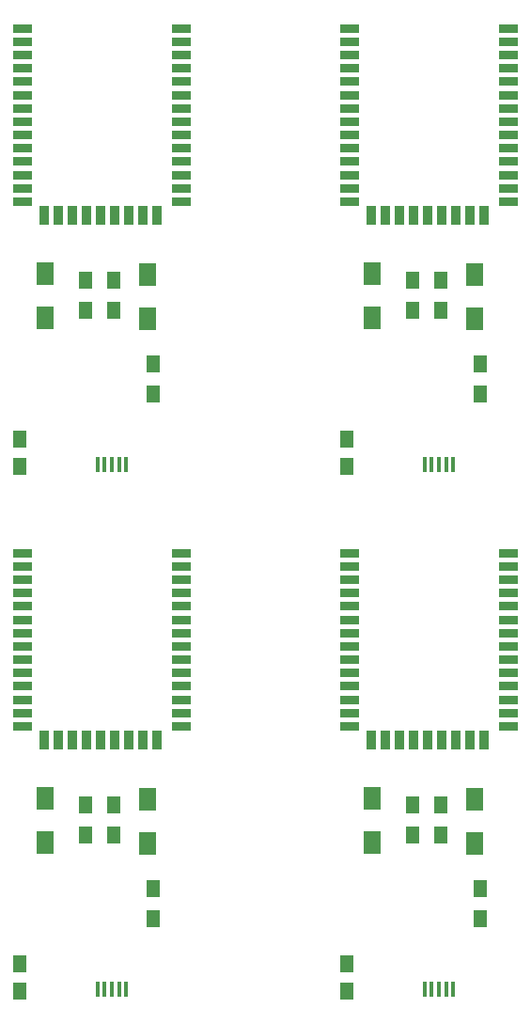
<source format=gbr>
G04 #@! TF.GenerationSoftware,KiCad,Pcbnew,5.0.0-rc2-dev-unknown-ce1bd4c~62~ubuntu16.04.1*
G04 #@! TF.CreationDate,2018-03-08T22:00:34+01:00*
G04 #@! TF.ProjectId,BM20_multi,424D32305F6D756C74692E6B69636164,rev?*
G04 #@! TF.SameCoordinates,Original*
G04 #@! TF.FileFunction,Paste,Bot*
G04 #@! TF.FilePolarity,Positive*
%FSLAX46Y46*%
G04 Gerber Fmt 4.6, Leading zero omitted, Abs format (unit mm)*
G04 Created by KiCad (PCBNEW 5.0.0-rc2-dev-unknown-ce1bd4c~62~ubuntu16.04.1) date Thu Mar  8 22:00:34 2018*
%MOMM*%
%LPD*%
G01*
G04 APERTURE LIST*
%ADD10R,1.600000X2.000000*%
%ADD11R,1.300000X1.500000*%
%ADD12R,1.250000X1.500000*%
%ADD13R,0.400000X1.350000*%
%ADD14C,0.760000*%
%ADD15C,0.050000*%
%ADD16C,0.850000*%
G04 APERTURE END LIST*
D10*
X110070900Y-123907300D03*
X110070900Y-119907300D03*
D11*
X113665000Y-123219200D03*
X113665000Y-120519200D03*
D12*
X107734100Y-134817800D03*
X107734100Y-137317800D03*
D11*
X116217700Y-123257300D03*
X116217700Y-120557300D03*
D10*
X119265700Y-119989600D03*
X119265700Y-123989600D03*
D11*
X119786400Y-128063000D03*
X119786400Y-130763000D03*
D13*
X114753500Y-137096060D03*
X115403500Y-137096060D03*
X116053500Y-137096060D03*
X116703500Y-137096060D03*
X117353500Y-137096060D03*
D14*
X122332000Y-105062000D03*
D15*
G36*
X123182000Y-105442000D02*
X121482000Y-105442000D01*
X121482000Y-104682000D01*
X123182000Y-104682000D01*
X123182000Y-105442000D01*
X123182000Y-105442000D01*
G37*
D14*
X122332000Y-100262000D03*
D15*
G36*
X123182000Y-100642000D02*
X121482000Y-100642000D01*
X121482000Y-99882000D01*
X123182000Y-99882000D01*
X123182000Y-100642000D01*
X123182000Y-100642000D01*
G37*
D14*
X122332000Y-113462000D03*
D15*
G36*
X123182000Y-113842000D02*
X121482000Y-113842000D01*
X121482000Y-113082000D01*
X123182000Y-113082000D01*
X123182000Y-113842000D01*
X123182000Y-113842000D01*
G37*
D14*
X122332000Y-111062000D03*
D15*
G36*
X123182000Y-111442000D02*
X121482000Y-111442000D01*
X121482000Y-110682000D01*
X123182000Y-110682000D01*
X123182000Y-111442000D01*
X123182000Y-111442000D01*
G37*
D14*
X122332000Y-106262000D03*
D15*
G36*
X123182000Y-106642000D02*
X121482000Y-106642000D01*
X121482000Y-105882000D01*
X123182000Y-105882000D01*
X123182000Y-106642000D01*
X123182000Y-106642000D01*
G37*
D14*
X122332000Y-97862000D03*
D15*
G36*
X123182000Y-98242000D02*
X121482000Y-98242000D01*
X121482000Y-97482000D01*
X123182000Y-97482000D01*
X123182000Y-98242000D01*
X123182000Y-98242000D01*
G37*
D14*
X122332000Y-101462000D03*
D15*
G36*
X123182000Y-101842000D02*
X121482000Y-101842000D01*
X121482000Y-101082000D01*
X123182000Y-101082000D01*
X123182000Y-101842000D01*
X123182000Y-101842000D01*
G37*
D14*
X122332000Y-112262000D03*
D15*
G36*
X123182000Y-112642000D02*
X121482000Y-112642000D01*
X121482000Y-111882000D01*
X123182000Y-111882000D01*
X123182000Y-112642000D01*
X123182000Y-112642000D01*
G37*
D14*
X122332000Y-108662000D03*
D15*
G36*
X123182000Y-109042000D02*
X121482000Y-109042000D01*
X121482000Y-108282000D01*
X123182000Y-108282000D01*
X123182000Y-109042000D01*
X123182000Y-109042000D01*
G37*
D14*
X122332000Y-102662000D03*
D15*
G36*
X123182000Y-103042000D02*
X121482000Y-103042000D01*
X121482000Y-102282000D01*
X123182000Y-102282000D01*
X123182000Y-103042000D01*
X123182000Y-103042000D01*
G37*
D14*
X122332000Y-109862000D03*
D15*
G36*
X123182000Y-110242000D02*
X121482000Y-110242000D01*
X121482000Y-109482000D01*
X123182000Y-109482000D01*
X123182000Y-110242000D01*
X123182000Y-110242000D01*
G37*
D14*
X122332000Y-103862000D03*
D15*
G36*
X123182000Y-104242000D02*
X121482000Y-104242000D01*
X121482000Y-103482000D01*
X123182000Y-103482000D01*
X123182000Y-104242000D01*
X123182000Y-104242000D01*
G37*
D14*
X122332000Y-99062000D03*
D15*
G36*
X123182000Y-99442000D02*
X121482000Y-99442000D01*
X121482000Y-98682000D01*
X123182000Y-98682000D01*
X123182000Y-99442000D01*
X123182000Y-99442000D01*
G37*
D14*
X122332000Y-107462000D03*
D15*
G36*
X123182000Y-107842000D02*
X121482000Y-107842000D01*
X121482000Y-107082000D01*
X123182000Y-107082000D01*
X123182000Y-107842000D01*
X123182000Y-107842000D01*
G37*
D14*
X108032000Y-103862000D03*
D15*
G36*
X108882000Y-104242000D02*
X107182000Y-104242000D01*
X107182000Y-103482000D01*
X108882000Y-103482000D01*
X108882000Y-104242000D01*
X108882000Y-104242000D01*
G37*
D14*
X108032000Y-101462000D03*
D15*
G36*
X108882000Y-101842000D02*
X107182000Y-101842000D01*
X107182000Y-101082000D01*
X108882000Y-101082000D01*
X108882000Y-101842000D01*
X108882000Y-101842000D01*
G37*
D14*
X108032000Y-102662000D03*
D15*
G36*
X108882000Y-103042000D02*
X107182000Y-103042000D01*
X107182000Y-102282000D01*
X108882000Y-102282000D01*
X108882000Y-103042000D01*
X108882000Y-103042000D01*
G37*
D14*
X108032000Y-99062000D03*
D15*
G36*
X108882000Y-99442000D02*
X107182000Y-99442000D01*
X107182000Y-98682000D01*
X108882000Y-98682000D01*
X108882000Y-99442000D01*
X108882000Y-99442000D01*
G37*
D14*
X108032000Y-100262000D03*
D15*
G36*
X108882000Y-100642000D02*
X107182000Y-100642000D01*
X107182000Y-99882000D01*
X108882000Y-99882000D01*
X108882000Y-100642000D01*
X108882000Y-100642000D01*
G37*
D14*
X108032000Y-97862000D03*
D15*
G36*
X108882000Y-98242000D02*
X107182000Y-98242000D01*
X107182000Y-97482000D01*
X108882000Y-97482000D01*
X108882000Y-98242000D01*
X108882000Y-98242000D01*
G37*
D14*
X108032000Y-108662000D03*
D15*
G36*
X108882000Y-109042000D02*
X107182000Y-109042000D01*
X107182000Y-108282000D01*
X108882000Y-108282000D01*
X108882000Y-109042000D01*
X108882000Y-109042000D01*
G37*
D14*
X108032000Y-106262000D03*
D15*
G36*
X108882000Y-106642000D02*
X107182000Y-106642000D01*
X107182000Y-105882000D01*
X108882000Y-105882000D01*
X108882000Y-106642000D01*
X108882000Y-106642000D01*
G37*
D14*
X108032000Y-107462000D03*
D15*
G36*
X108882000Y-107842000D02*
X107182000Y-107842000D01*
X107182000Y-107082000D01*
X108882000Y-107082000D01*
X108882000Y-107842000D01*
X108882000Y-107842000D01*
G37*
D14*
X108032000Y-105062000D03*
D15*
G36*
X108882000Y-105442000D02*
X107182000Y-105442000D01*
X107182000Y-104682000D01*
X108882000Y-104682000D01*
X108882000Y-105442000D01*
X108882000Y-105442000D01*
G37*
D14*
X108032000Y-111062000D03*
D15*
G36*
X108882000Y-111442000D02*
X107182000Y-111442000D01*
X107182000Y-110682000D01*
X108882000Y-110682000D01*
X108882000Y-111442000D01*
X108882000Y-111442000D01*
G37*
D14*
X108032000Y-109862000D03*
D15*
G36*
X108882000Y-110242000D02*
X107182000Y-110242000D01*
X107182000Y-109482000D01*
X108882000Y-109482000D01*
X108882000Y-110242000D01*
X108882000Y-110242000D01*
G37*
D14*
X108032000Y-112262000D03*
D15*
G36*
X108882000Y-112642000D02*
X107182000Y-112642000D01*
X107182000Y-111882000D01*
X108882000Y-111882000D01*
X108882000Y-112642000D01*
X108882000Y-112642000D01*
G37*
D14*
X108032000Y-113462000D03*
D15*
G36*
X108882000Y-113842000D02*
X107182000Y-113842000D01*
X107182000Y-113082000D01*
X108882000Y-113082000D01*
X108882000Y-113842000D01*
X108882000Y-113842000D01*
G37*
D16*
X109982000Y-114712000D03*
D15*
G36*
X110407000Y-113862000D02*
X110407000Y-115562000D01*
X109557000Y-115562000D01*
X109557000Y-113862000D01*
X110407000Y-113862000D01*
X110407000Y-113862000D01*
G37*
D16*
X111252000Y-114712000D03*
D15*
G36*
X111677000Y-113862000D02*
X111677000Y-115562000D01*
X110827000Y-115562000D01*
X110827000Y-113862000D01*
X111677000Y-113862000D01*
X111677000Y-113862000D01*
G37*
D16*
X112522000Y-114712000D03*
D15*
G36*
X112947000Y-113862000D02*
X112947000Y-115562000D01*
X112097000Y-115562000D01*
X112097000Y-113862000D01*
X112947000Y-113862000D01*
X112947000Y-113862000D01*
G37*
D16*
X113792000Y-114712000D03*
D15*
G36*
X114217000Y-113862000D02*
X114217000Y-115562000D01*
X113367000Y-115562000D01*
X113367000Y-113862000D01*
X114217000Y-113862000D01*
X114217000Y-113862000D01*
G37*
D16*
X115062000Y-114712000D03*
D15*
G36*
X115487000Y-113862000D02*
X115487000Y-115562000D01*
X114637000Y-115562000D01*
X114637000Y-113862000D01*
X115487000Y-113862000D01*
X115487000Y-113862000D01*
G37*
D16*
X116332000Y-114712000D03*
D15*
G36*
X116757000Y-113862000D02*
X116757000Y-115562000D01*
X115907000Y-115562000D01*
X115907000Y-113862000D01*
X116757000Y-113862000D01*
X116757000Y-113862000D01*
G37*
D16*
X117602000Y-114712000D03*
D15*
G36*
X118027000Y-113862000D02*
X118027000Y-115562000D01*
X117177000Y-115562000D01*
X117177000Y-113862000D01*
X118027000Y-113862000D01*
X118027000Y-113862000D01*
G37*
D16*
X118872000Y-114712000D03*
D15*
G36*
X119297000Y-113862000D02*
X119297000Y-115562000D01*
X118447000Y-115562000D01*
X118447000Y-113862000D01*
X119297000Y-113862000D01*
X119297000Y-113862000D01*
G37*
D16*
X120142000Y-114712000D03*
D15*
G36*
X120567000Y-113862000D02*
X120567000Y-115562000D01*
X119717000Y-115562000D01*
X119717000Y-113862000D01*
X120567000Y-113862000D01*
X120567000Y-113862000D01*
G37*
D10*
X139534900Y-123907300D03*
X139534900Y-119907300D03*
D11*
X143129000Y-123219200D03*
X143129000Y-120519200D03*
D12*
X137198100Y-134817800D03*
X137198100Y-137317800D03*
D11*
X145681700Y-123257300D03*
X145681700Y-120557300D03*
D10*
X148729700Y-119989600D03*
X148729700Y-123989600D03*
D11*
X149250400Y-128063000D03*
X149250400Y-130763000D03*
D13*
X144217500Y-137096060D03*
X144867500Y-137096060D03*
X145517500Y-137096060D03*
X146167500Y-137096060D03*
X146817500Y-137096060D03*
D14*
X151796000Y-105062000D03*
D15*
G36*
X152646000Y-105442000D02*
X150946000Y-105442000D01*
X150946000Y-104682000D01*
X152646000Y-104682000D01*
X152646000Y-105442000D01*
X152646000Y-105442000D01*
G37*
D14*
X151796000Y-100262000D03*
D15*
G36*
X152646000Y-100642000D02*
X150946000Y-100642000D01*
X150946000Y-99882000D01*
X152646000Y-99882000D01*
X152646000Y-100642000D01*
X152646000Y-100642000D01*
G37*
D14*
X151796000Y-113462000D03*
D15*
G36*
X152646000Y-113842000D02*
X150946000Y-113842000D01*
X150946000Y-113082000D01*
X152646000Y-113082000D01*
X152646000Y-113842000D01*
X152646000Y-113842000D01*
G37*
D14*
X151796000Y-111062000D03*
D15*
G36*
X152646000Y-111442000D02*
X150946000Y-111442000D01*
X150946000Y-110682000D01*
X152646000Y-110682000D01*
X152646000Y-111442000D01*
X152646000Y-111442000D01*
G37*
D14*
X151796000Y-106262000D03*
D15*
G36*
X152646000Y-106642000D02*
X150946000Y-106642000D01*
X150946000Y-105882000D01*
X152646000Y-105882000D01*
X152646000Y-106642000D01*
X152646000Y-106642000D01*
G37*
D14*
X151796000Y-97862000D03*
D15*
G36*
X152646000Y-98242000D02*
X150946000Y-98242000D01*
X150946000Y-97482000D01*
X152646000Y-97482000D01*
X152646000Y-98242000D01*
X152646000Y-98242000D01*
G37*
D14*
X151796000Y-101462000D03*
D15*
G36*
X152646000Y-101842000D02*
X150946000Y-101842000D01*
X150946000Y-101082000D01*
X152646000Y-101082000D01*
X152646000Y-101842000D01*
X152646000Y-101842000D01*
G37*
D14*
X151796000Y-112262000D03*
D15*
G36*
X152646000Y-112642000D02*
X150946000Y-112642000D01*
X150946000Y-111882000D01*
X152646000Y-111882000D01*
X152646000Y-112642000D01*
X152646000Y-112642000D01*
G37*
D14*
X151796000Y-108662000D03*
D15*
G36*
X152646000Y-109042000D02*
X150946000Y-109042000D01*
X150946000Y-108282000D01*
X152646000Y-108282000D01*
X152646000Y-109042000D01*
X152646000Y-109042000D01*
G37*
D14*
X151796000Y-102662000D03*
D15*
G36*
X152646000Y-103042000D02*
X150946000Y-103042000D01*
X150946000Y-102282000D01*
X152646000Y-102282000D01*
X152646000Y-103042000D01*
X152646000Y-103042000D01*
G37*
D14*
X151796000Y-109862000D03*
D15*
G36*
X152646000Y-110242000D02*
X150946000Y-110242000D01*
X150946000Y-109482000D01*
X152646000Y-109482000D01*
X152646000Y-110242000D01*
X152646000Y-110242000D01*
G37*
D14*
X151796000Y-103862000D03*
D15*
G36*
X152646000Y-104242000D02*
X150946000Y-104242000D01*
X150946000Y-103482000D01*
X152646000Y-103482000D01*
X152646000Y-104242000D01*
X152646000Y-104242000D01*
G37*
D14*
X151796000Y-99062000D03*
D15*
G36*
X152646000Y-99442000D02*
X150946000Y-99442000D01*
X150946000Y-98682000D01*
X152646000Y-98682000D01*
X152646000Y-99442000D01*
X152646000Y-99442000D01*
G37*
D14*
X151796000Y-107462000D03*
D15*
G36*
X152646000Y-107842000D02*
X150946000Y-107842000D01*
X150946000Y-107082000D01*
X152646000Y-107082000D01*
X152646000Y-107842000D01*
X152646000Y-107842000D01*
G37*
D14*
X137496000Y-103862000D03*
D15*
G36*
X138346000Y-104242000D02*
X136646000Y-104242000D01*
X136646000Y-103482000D01*
X138346000Y-103482000D01*
X138346000Y-104242000D01*
X138346000Y-104242000D01*
G37*
D14*
X137496000Y-101462000D03*
D15*
G36*
X138346000Y-101842000D02*
X136646000Y-101842000D01*
X136646000Y-101082000D01*
X138346000Y-101082000D01*
X138346000Y-101842000D01*
X138346000Y-101842000D01*
G37*
D14*
X137496000Y-102662000D03*
D15*
G36*
X138346000Y-103042000D02*
X136646000Y-103042000D01*
X136646000Y-102282000D01*
X138346000Y-102282000D01*
X138346000Y-103042000D01*
X138346000Y-103042000D01*
G37*
D14*
X137496000Y-99062000D03*
D15*
G36*
X138346000Y-99442000D02*
X136646000Y-99442000D01*
X136646000Y-98682000D01*
X138346000Y-98682000D01*
X138346000Y-99442000D01*
X138346000Y-99442000D01*
G37*
D14*
X137496000Y-100262000D03*
D15*
G36*
X138346000Y-100642000D02*
X136646000Y-100642000D01*
X136646000Y-99882000D01*
X138346000Y-99882000D01*
X138346000Y-100642000D01*
X138346000Y-100642000D01*
G37*
D14*
X137496000Y-97862000D03*
D15*
G36*
X138346000Y-98242000D02*
X136646000Y-98242000D01*
X136646000Y-97482000D01*
X138346000Y-97482000D01*
X138346000Y-98242000D01*
X138346000Y-98242000D01*
G37*
D14*
X137496000Y-108662000D03*
D15*
G36*
X138346000Y-109042000D02*
X136646000Y-109042000D01*
X136646000Y-108282000D01*
X138346000Y-108282000D01*
X138346000Y-109042000D01*
X138346000Y-109042000D01*
G37*
D14*
X137496000Y-106262000D03*
D15*
G36*
X138346000Y-106642000D02*
X136646000Y-106642000D01*
X136646000Y-105882000D01*
X138346000Y-105882000D01*
X138346000Y-106642000D01*
X138346000Y-106642000D01*
G37*
D14*
X137496000Y-107462000D03*
D15*
G36*
X138346000Y-107842000D02*
X136646000Y-107842000D01*
X136646000Y-107082000D01*
X138346000Y-107082000D01*
X138346000Y-107842000D01*
X138346000Y-107842000D01*
G37*
D14*
X137496000Y-105062000D03*
D15*
G36*
X138346000Y-105442000D02*
X136646000Y-105442000D01*
X136646000Y-104682000D01*
X138346000Y-104682000D01*
X138346000Y-105442000D01*
X138346000Y-105442000D01*
G37*
D14*
X137496000Y-111062000D03*
D15*
G36*
X138346000Y-111442000D02*
X136646000Y-111442000D01*
X136646000Y-110682000D01*
X138346000Y-110682000D01*
X138346000Y-111442000D01*
X138346000Y-111442000D01*
G37*
D14*
X137496000Y-109862000D03*
D15*
G36*
X138346000Y-110242000D02*
X136646000Y-110242000D01*
X136646000Y-109482000D01*
X138346000Y-109482000D01*
X138346000Y-110242000D01*
X138346000Y-110242000D01*
G37*
D14*
X137496000Y-112262000D03*
D15*
G36*
X138346000Y-112642000D02*
X136646000Y-112642000D01*
X136646000Y-111882000D01*
X138346000Y-111882000D01*
X138346000Y-112642000D01*
X138346000Y-112642000D01*
G37*
D14*
X137496000Y-113462000D03*
D15*
G36*
X138346000Y-113842000D02*
X136646000Y-113842000D01*
X136646000Y-113082000D01*
X138346000Y-113082000D01*
X138346000Y-113842000D01*
X138346000Y-113842000D01*
G37*
D16*
X139446000Y-114712000D03*
D15*
G36*
X139871000Y-113862000D02*
X139871000Y-115562000D01*
X139021000Y-115562000D01*
X139021000Y-113862000D01*
X139871000Y-113862000D01*
X139871000Y-113862000D01*
G37*
D16*
X140716000Y-114712000D03*
D15*
G36*
X141141000Y-113862000D02*
X141141000Y-115562000D01*
X140291000Y-115562000D01*
X140291000Y-113862000D01*
X141141000Y-113862000D01*
X141141000Y-113862000D01*
G37*
D16*
X141986000Y-114712000D03*
D15*
G36*
X142411000Y-113862000D02*
X142411000Y-115562000D01*
X141561000Y-115562000D01*
X141561000Y-113862000D01*
X142411000Y-113862000D01*
X142411000Y-113862000D01*
G37*
D16*
X143256000Y-114712000D03*
D15*
G36*
X143681000Y-113862000D02*
X143681000Y-115562000D01*
X142831000Y-115562000D01*
X142831000Y-113862000D01*
X143681000Y-113862000D01*
X143681000Y-113862000D01*
G37*
D16*
X144526000Y-114712000D03*
D15*
G36*
X144951000Y-113862000D02*
X144951000Y-115562000D01*
X144101000Y-115562000D01*
X144101000Y-113862000D01*
X144951000Y-113862000D01*
X144951000Y-113862000D01*
G37*
D16*
X145796000Y-114712000D03*
D15*
G36*
X146221000Y-113862000D02*
X146221000Y-115562000D01*
X145371000Y-115562000D01*
X145371000Y-113862000D01*
X146221000Y-113862000D01*
X146221000Y-113862000D01*
G37*
D16*
X147066000Y-114712000D03*
D15*
G36*
X147491000Y-113862000D02*
X147491000Y-115562000D01*
X146641000Y-115562000D01*
X146641000Y-113862000D01*
X147491000Y-113862000D01*
X147491000Y-113862000D01*
G37*
D16*
X148336000Y-114712000D03*
D15*
G36*
X148761000Y-113862000D02*
X148761000Y-115562000D01*
X147911000Y-115562000D01*
X147911000Y-113862000D01*
X148761000Y-113862000D01*
X148761000Y-113862000D01*
G37*
D16*
X149606000Y-114712000D03*
D15*
G36*
X150031000Y-113862000D02*
X150031000Y-115562000D01*
X149181000Y-115562000D01*
X149181000Y-113862000D01*
X150031000Y-113862000D01*
X150031000Y-113862000D01*
G37*
D10*
X139534900Y-76663300D03*
X139534900Y-72663300D03*
D11*
X143129000Y-75975200D03*
X143129000Y-73275200D03*
D12*
X137198100Y-87573800D03*
X137198100Y-90073800D03*
D11*
X145681700Y-76013300D03*
X145681700Y-73313300D03*
D10*
X148729700Y-72745600D03*
X148729700Y-76745600D03*
D11*
X149250400Y-80819000D03*
X149250400Y-83519000D03*
D13*
X144217500Y-89852060D03*
X144867500Y-89852060D03*
X145517500Y-89852060D03*
X146167500Y-89852060D03*
X146817500Y-89852060D03*
D14*
X151796000Y-57818000D03*
D15*
G36*
X152646000Y-58198000D02*
X150946000Y-58198000D01*
X150946000Y-57438000D01*
X152646000Y-57438000D01*
X152646000Y-58198000D01*
X152646000Y-58198000D01*
G37*
D14*
X151796000Y-53018000D03*
D15*
G36*
X152646000Y-53398000D02*
X150946000Y-53398000D01*
X150946000Y-52638000D01*
X152646000Y-52638000D01*
X152646000Y-53398000D01*
X152646000Y-53398000D01*
G37*
D14*
X151796000Y-66218000D03*
D15*
G36*
X152646000Y-66598000D02*
X150946000Y-66598000D01*
X150946000Y-65838000D01*
X152646000Y-65838000D01*
X152646000Y-66598000D01*
X152646000Y-66598000D01*
G37*
D14*
X151796000Y-63818000D03*
D15*
G36*
X152646000Y-64198000D02*
X150946000Y-64198000D01*
X150946000Y-63438000D01*
X152646000Y-63438000D01*
X152646000Y-64198000D01*
X152646000Y-64198000D01*
G37*
D14*
X151796000Y-59018000D03*
D15*
G36*
X152646000Y-59398000D02*
X150946000Y-59398000D01*
X150946000Y-58638000D01*
X152646000Y-58638000D01*
X152646000Y-59398000D01*
X152646000Y-59398000D01*
G37*
D14*
X151796000Y-50618000D03*
D15*
G36*
X152646000Y-50998000D02*
X150946000Y-50998000D01*
X150946000Y-50238000D01*
X152646000Y-50238000D01*
X152646000Y-50998000D01*
X152646000Y-50998000D01*
G37*
D14*
X151796000Y-54218000D03*
D15*
G36*
X152646000Y-54598000D02*
X150946000Y-54598000D01*
X150946000Y-53838000D01*
X152646000Y-53838000D01*
X152646000Y-54598000D01*
X152646000Y-54598000D01*
G37*
D14*
X151796000Y-65018000D03*
D15*
G36*
X152646000Y-65398000D02*
X150946000Y-65398000D01*
X150946000Y-64638000D01*
X152646000Y-64638000D01*
X152646000Y-65398000D01*
X152646000Y-65398000D01*
G37*
D14*
X151796000Y-61418000D03*
D15*
G36*
X152646000Y-61798000D02*
X150946000Y-61798000D01*
X150946000Y-61038000D01*
X152646000Y-61038000D01*
X152646000Y-61798000D01*
X152646000Y-61798000D01*
G37*
D14*
X151796000Y-55418000D03*
D15*
G36*
X152646000Y-55798000D02*
X150946000Y-55798000D01*
X150946000Y-55038000D01*
X152646000Y-55038000D01*
X152646000Y-55798000D01*
X152646000Y-55798000D01*
G37*
D14*
X151796000Y-62618000D03*
D15*
G36*
X152646000Y-62998000D02*
X150946000Y-62998000D01*
X150946000Y-62238000D01*
X152646000Y-62238000D01*
X152646000Y-62998000D01*
X152646000Y-62998000D01*
G37*
D14*
X151796000Y-56618000D03*
D15*
G36*
X152646000Y-56998000D02*
X150946000Y-56998000D01*
X150946000Y-56238000D01*
X152646000Y-56238000D01*
X152646000Y-56998000D01*
X152646000Y-56998000D01*
G37*
D14*
X151796000Y-51818000D03*
D15*
G36*
X152646000Y-52198000D02*
X150946000Y-52198000D01*
X150946000Y-51438000D01*
X152646000Y-51438000D01*
X152646000Y-52198000D01*
X152646000Y-52198000D01*
G37*
D14*
X151796000Y-60218000D03*
D15*
G36*
X152646000Y-60598000D02*
X150946000Y-60598000D01*
X150946000Y-59838000D01*
X152646000Y-59838000D01*
X152646000Y-60598000D01*
X152646000Y-60598000D01*
G37*
D14*
X137496000Y-56618000D03*
D15*
G36*
X138346000Y-56998000D02*
X136646000Y-56998000D01*
X136646000Y-56238000D01*
X138346000Y-56238000D01*
X138346000Y-56998000D01*
X138346000Y-56998000D01*
G37*
D14*
X137496000Y-54218000D03*
D15*
G36*
X138346000Y-54598000D02*
X136646000Y-54598000D01*
X136646000Y-53838000D01*
X138346000Y-53838000D01*
X138346000Y-54598000D01*
X138346000Y-54598000D01*
G37*
D14*
X137496000Y-55418000D03*
D15*
G36*
X138346000Y-55798000D02*
X136646000Y-55798000D01*
X136646000Y-55038000D01*
X138346000Y-55038000D01*
X138346000Y-55798000D01*
X138346000Y-55798000D01*
G37*
D14*
X137496000Y-51818000D03*
D15*
G36*
X138346000Y-52198000D02*
X136646000Y-52198000D01*
X136646000Y-51438000D01*
X138346000Y-51438000D01*
X138346000Y-52198000D01*
X138346000Y-52198000D01*
G37*
D14*
X137496000Y-53018000D03*
D15*
G36*
X138346000Y-53398000D02*
X136646000Y-53398000D01*
X136646000Y-52638000D01*
X138346000Y-52638000D01*
X138346000Y-53398000D01*
X138346000Y-53398000D01*
G37*
D14*
X137496000Y-50618000D03*
D15*
G36*
X138346000Y-50998000D02*
X136646000Y-50998000D01*
X136646000Y-50238000D01*
X138346000Y-50238000D01*
X138346000Y-50998000D01*
X138346000Y-50998000D01*
G37*
D14*
X137496000Y-61418000D03*
D15*
G36*
X138346000Y-61798000D02*
X136646000Y-61798000D01*
X136646000Y-61038000D01*
X138346000Y-61038000D01*
X138346000Y-61798000D01*
X138346000Y-61798000D01*
G37*
D14*
X137496000Y-59018000D03*
D15*
G36*
X138346000Y-59398000D02*
X136646000Y-59398000D01*
X136646000Y-58638000D01*
X138346000Y-58638000D01*
X138346000Y-59398000D01*
X138346000Y-59398000D01*
G37*
D14*
X137496000Y-60218000D03*
D15*
G36*
X138346000Y-60598000D02*
X136646000Y-60598000D01*
X136646000Y-59838000D01*
X138346000Y-59838000D01*
X138346000Y-60598000D01*
X138346000Y-60598000D01*
G37*
D14*
X137496000Y-57818000D03*
D15*
G36*
X138346000Y-58198000D02*
X136646000Y-58198000D01*
X136646000Y-57438000D01*
X138346000Y-57438000D01*
X138346000Y-58198000D01*
X138346000Y-58198000D01*
G37*
D14*
X137496000Y-63818000D03*
D15*
G36*
X138346000Y-64198000D02*
X136646000Y-64198000D01*
X136646000Y-63438000D01*
X138346000Y-63438000D01*
X138346000Y-64198000D01*
X138346000Y-64198000D01*
G37*
D14*
X137496000Y-62618000D03*
D15*
G36*
X138346000Y-62998000D02*
X136646000Y-62998000D01*
X136646000Y-62238000D01*
X138346000Y-62238000D01*
X138346000Y-62998000D01*
X138346000Y-62998000D01*
G37*
D14*
X137496000Y-65018000D03*
D15*
G36*
X138346000Y-65398000D02*
X136646000Y-65398000D01*
X136646000Y-64638000D01*
X138346000Y-64638000D01*
X138346000Y-65398000D01*
X138346000Y-65398000D01*
G37*
D14*
X137496000Y-66218000D03*
D15*
G36*
X138346000Y-66598000D02*
X136646000Y-66598000D01*
X136646000Y-65838000D01*
X138346000Y-65838000D01*
X138346000Y-66598000D01*
X138346000Y-66598000D01*
G37*
D16*
X139446000Y-67468000D03*
D15*
G36*
X139871000Y-66618000D02*
X139871000Y-68318000D01*
X139021000Y-68318000D01*
X139021000Y-66618000D01*
X139871000Y-66618000D01*
X139871000Y-66618000D01*
G37*
D16*
X140716000Y-67468000D03*
D15*
G36*
X141141000Y-66618000D02*
X141141000Y-68318000D01*
X140291000Y-68318000D01*
X140291000Y-66618000D01*
X141141000Y-66618000D01*
X141141000Y-66618000D01*
G37*
D16*
X141986000Y-67468000D03*
D15*
G36*
X142411000Y-66618000D02*
X142411000Y-68318000D01*
X141561000Y-68318000D01*
X141561000Y-66618000D01*
X142411000Y-66618000D01*
X142411000Y-66618000D01*
G37*
D16*
X143256000Y-67468000D03*
D15*
G36*
X143681000Y-66618000D02*
X143681000Y-68318000D01*
X142831000Y-68318000D01*
X142831000Y-66618000D01*
X143681000Y-66618000D01*
X143681000Y-66618000D01*
G37*
D16*
X144526000Y-67468000D03*
D15*
G36*
X144951000Y-66618000D02*
X144951000Y-68318000D01*
X144101000Y-68318000D01*
X144101000Y-66618000D01*
X144951000Y-66618000D01*
X144951000Y-66618000D01*
G37*
D16*
X145796000Y-67468000D03*
D15*
G36*
X146221000Y-66618000D02*
X146221000Y-68318000D01*
X145371000Y-68318000D01*
X145371000Y-66618000D01*
X146221000Y-66618000D01*
X146221000Y-66618000D01*
G37*
D16*
X147066000Y-67468000D03*
D15*
G36*
X147491000Y-66618000D02*
X147491000Y-68318000D01*
X146641000Y-68318000D01*
X146641000Y-66618000D01*
X147491000Y-66618000D01*
X147491000Y-66618000D01*
G37*
D16*
X148336000Y-67468000D03*
D15*
G36*
X148761000Y-66618000D02*
X148761000Y-68318000D01*
X147911000Y-68318000D01*
X147911000Y-66618000D01*
X148761000Y-66618000D01*
X148761000Y-66618000D01*
G37*
D16*
X149606000Y-67468000D03*
D15*
G36*
X150031000Y-66618000D02*
X150031000Y-68318000D01*
X149181000Y-68318000D01*
X149181000Y-66618000D01*
X150031000Y-66618000D01*
X150031000Y-66618000D01*
G37*
D16*
X120142000Y-67468000D03*
D15*
G36*
X120567000Y-66618000D02*
X120567000Y-68318000D01*
X119717000Y-68318000D01*
X119717000Y-66618000D01*
X120567000Y-66618000D01*
X120567000Y-66618000D01*
G37*
D16*
X118872000Y-67468000D03*
D15*
G36*
X119297000Y-66618000D02*
X119297000Y-68318000D01*
X118447000Y-68318000D01*
X118447000Y-66618000D01*
X119297000Y-66618000D01*
X119297000Y-66618000D01*
G37*
D16*
X117602000Y-67468000D03*
D15*
G36*
X118027000Y-66618000D02*
X118027000Y-68318000D01*
X117177000Y-68318000D01*
X117177000Y-66618000D01*
X118027000Y-66618000D01*
X118027000Y-66618000D01*
G37*
D16*
X116332000Y-67468000D03*
D15*
G36*
X116757000Y-66618000D02*
X116757000Y-68318000D01*
X115907000Y-68318000D01*
X115907000Y-66618000D01*
X116757000Y-66618000D01*
X116757000Y-66618000D01*
G37*
D16*
X115062000Y-67468000D03*
D15*
G36*
X115487000Y-66618000D02*
X115487000Y-68318000D01*
X114637000Y-68318000D01*
X114637000Y-66618000D01*
X115487000Y-66618000D01*
X115487000Y-66618000D01*
G37*
D16*
X113792000Y-67468000D03*
D15*
G36*
X114217000Y-66618000D02*
X114217000Y-68318000D01*
X113367000Y-68318000D01*
X113367000Y-66618000D01*
X114217000Y-66618000D01*
X114217000Y-66618000D01*
G37*
D16*
X112522000Y-67468000D03*
D15*
G36*
X112947000Y-66618000D02*
X112947000Y-68318000D01*
X112097000Y-68318000D01*
X112097000Y-66618000D01*
X112947000Y-66618000D01*
X112947000Y-66618000D01*
G37*
D16*
X111252000Y-67468000D03*
D15*
G36*
X111677000Y-66618000D02*
X111677000Y-68318000D01*
X110827000Y-68318000D01*
X110827000Y-66618000D01*
X111677000Y-66618000D01*
X111677000Y-66618000D01*
G37*
D16*
X109982000Y-67468000D03*
D15*
G36*
X110407000Y-66618000D02*
X110407000Y-68318000D01*
X109557000Y-68318000D01*
X109557000Y-66618000D01*
X110407000Y-66618000D01*
X110407000Y-66618000D01*
G37*
D14*
X108032000Y-66218000D03*
D15*
G36*
X108882000Y-66598000D02*
X107182000Y-66598000D01*
X107182000Y-65838000D01*
X108882000Y-65838000D01*
X108882000Y-66598000D01*
X108882000Y-66598000D01*
G37*
D14*
X108032000Y-65018000D03*
D15*
G36*
X108882000Y-65398000D02*
X107182000Y-65398000D01*
X107182000Y-64638000D01*
X108882000Y-64638000D01*
X108882000Y-65398000D01*
X108882000Y-65398000D01*
G37*
D14*
X108032000Y-62618000D03*
D15*
G36*
X108882000Y-62998000D02*
X107182000Y-62998000D01*
X107182000Y-62238000D01*
X108882000Y-62238000D01*
X108882000Y-62998000D01*
X108882000Y-62998000D01*
G37*
D14*
X108032000Y-63818000D03*
D15*
G36*
X108882000Y-64198000D02*
X107182000Y-64198000D01*
X107182000Y-63438000D01*
X108882000Y-63438000D01*
X108882000Y-64198000D01*
X108882000Y-64198000D01*
G37*
D14*
X108032000Y-57818000D03*
D15*
G36*
X108882000Y-58198000D02*
X107182000Y-58198000D01*
X107182000Y-57438000D01*
X108882000Y-57438000D01*
X108882000Y-58198000D01*
X108882000Y-58198000D01*
G37*
D14*
X108032000Y-60218000D03*
D15*
G36*
X108882000Y-60598000D02*
X107182000Y-60598000D01*
X107182000Y-59838000D01*
X108882000Y-59838000D01*
X108882000Y-60598000D01*
X108882000Y-60598000D01*
G37*
D14*
X108032000Y-59018000D03*
D15*
G36*
X108882000Y-59398000D02*
X107182000Y-59398000D01*
X107182000Y-58638000D01*
X108882000Y-58638000D01*
X108882000Y-59398000D01*
X108882000Y-59398000D01*
G37*
D14*
X108032000Y-61418000D03*
D15*
G36*
X108882000Y-61798000D02*
X107182000Y-61798000D01*
X107182000Y-61038000D01*
X108882000Y-61038000D01*
X108882000Y-61798000D01*
X108882000Y-61798000D01*
G37*
D14*
X108032000Y-50618000D03*
D15*
G36*
X108882000Y-50998000D02*
X107182000Y-50998000D01*
X107182000Y-50238000D01*
X108882000Y-50238000D01*
X108882000Y-50998000D01*
X108882000Y-50998000D01*
G37*
D14*
X108032000Y-53018000D03*
D15*
G36*
X108882000Y-53398000D02*
X107182000Y-53398000D01*
X107182000Y-52638000D01*
X108882000Y-52638000D01*
X108882000Y-53398000D01*
X108882000Y-53398000D01*
G37*
D14*
X108032000Y-51818000D03*
D15*
G36*
X108882000Y-52198000D02*
X107182000Y-52198000D01*
X107182000Y-51438000D01*
X108882000Y-51438000D01*
X108882000Y-52198000D01*
X108882000Y-52198000D01*
G37*
D14*
X108032000Y-55418000D03*
D15*
G36*
X108882000Y-55798000D02*
X107182000Y-55798000D01*
X107182000Y-55038000D01*
X108882000Y-55038000D01*
X108882000Y-55798000D01*
X108882000Y-55798000D01*
G37*
D14*
X108032000Y-54218000D03*
D15*
G36*
X108882000Y-54598000D02*
X107182000Y-54598000D01*
X107182000Y-53838000D01*
X108882000Y-53838000D01*
X108882000Y-54598000D01*
X108882000Y-54598000D01*
G37*
D14*
X108032000Y-56618000D03*
D15*
G36*
X108882000Y-56998000D02*
X107182000Y-56998000D01*
X107182000Y-56238000D01*
X108882000Y-56238000D01*
X108882000Y-56998000D01*
X108882000Y-56998000D01*
G37*
D14*
X122332000Y-60218000D03*
D15*
G36*
X123182000Y-60598000D02*
X121482000Y-60598000D01*
X121482000Y-59838000D01*
X123182000Y-59838000D01*
X123182000Y-60598000D01*
X123182000Y-60598000D01*
G37*
D14*
X122332000Y-51818000D03*
D15*
G36*
X123182000Y-52198000D02*
X121482000Y-52198000D01*
X121482000Y-51438000D01*
X123182000Y-51438000D01*
X123182000Y-52198000D01*
X123182000Y-52198000D01*
G37*
D14*
X122332000Y-56618000D03*
D15*
G36*
X123182000Y-56998000D02*
X121482000Y-56998000D01*
X121482000Y-56238000D01*
X123182000Y-56238000D01*
X123182000Y-56998000D01*
X123182000Y-56998000D01*
G37*
D14*
X122332000Y-62618000D03*
D15*
G36*
X123182000Y-62998000D02*
X121482000Y-62998000D01*
X121482000Y-62238000D01*
X123182000Y-62238000D01*
X123182000Y-62998000D01*
X123182000Y-62998000D01*
G37*
D14*
X122332000Y-55418000D03*
D15*
G36*
X123182000Y-55798000D02*
X121482000Y-55798000D01*
X121482000Y-55038000D01*
X123182000Y-55038000D01*
X123182000Y-55798000D01*
X123182000Y-55798000D01*
G37*
D14*
X122332000Y-61418000D03*
D15*
G36*
X123182000Y-61798000D02*
X121482000Y-61798000D01*
X121482000Y-61038000D01*
X123182000Y-61038000D01*
X123182000Y-61798000D01*
X123182000Y-61798000D01*
G37*
D14*
X122332000Y-65018000D03*
D15*
G36*
X123182000Y-65398000D02*
X121482000Y-65398000D01*
X121482000Y-64638000D01*
X123182000Y-64638000D01*
X123182000Y-65398000D01*
X123182000Y-65398000D01*
G37*
D14*
X122332000Y-54218000D03*
D15*
G36*
X123182000Y-54598000D02*
X121482000Y-54598000D01*
X121482000Y-53838000D01*
X123182000Y-53838000D01*
X123182000Y-54598000D01*
X123182000Y-54598000D01*
G37*
D14*
X122332000Y-50618000D03*
D15*
G36*
X123182000Y-50998000D02*
X121482000Y-50998000D01*
X121482000Y-50238000D01*
X123182000Y-50238000D01*
X123182000Y-50998000D01*
X123182000Y-50998000D01*
G37*
D14*
X122332000Y-59018000D03*
D15*
G36*
X123182000Y-59398000D02*
X121482000Y-59398000D01*
X121482000Y-58638000D01*
X123182000Y-58638000D01*
X123182000Y-59398000D01*
X123182000Y-59398000D01*
G37*
D14*
X122332000Y-63818000D03*
D15*
G36*
X123182000Y-64198000D02*
X121482000Y-64198000D01*
X121482000Y-63438000D01*
X123182000Y-63438000D01*
X123182000Y-64198000D01*
X123182000Y-64198000D01*
G37*
D14*
X122332000Y-66218000D03*
D15*
G36*
X123182000Y-66598000D02*
X121482000Y-66598000D01*
X121482000Y-65838000D01*
X123182000Y-65838000D01*
X123182000Y-66598000D01*
X123182000Y-66598000D01*
G37*
D14*
X122332000Y-53018000D03*
D15*
G36*
X123182000Y-53398000D02*
X121482000Y-53398000D01*
X121482000Y-52638000D01*
X123182000Y-52638000D01*
X123182000Y-53398000D01*
X123182000Y-53398000D01*
G37*
D14*
X122332000Y-57818000D03*
D15*
G36*
X123182000Y-58198000D02*
X121482000Y-58198000D01*
X121482000Y-57438000D01*
X123182000Y-57438000D01*
X123182000Y-58198000D01*
X123182000Y-58198000D01*
G37*
D10*
X110070900Y-72663300D03*
X110070900Y-76663300D03*
X119265700Y-76745600D03*
X119265700Y-72745600D03*
D12*
X107734100Y-90073800D03*
X107734100Y-87573800D03*
D11*
X116217700Y-73313300D03*
X116217700Y-76013300D03*
X113665000Y-73275200D03*
X113665000Y-75975200D03*
X119786400Y-83519000D03*
X119786400Y-80819000D03*
D13*
X117353500Y-89852060D03*
X116703500Y-89852060D03*
X116053500Y-89852060D03*
X115403500Y-89852060D03*
X114753500Y-89852060D03*
M02*

</source>
